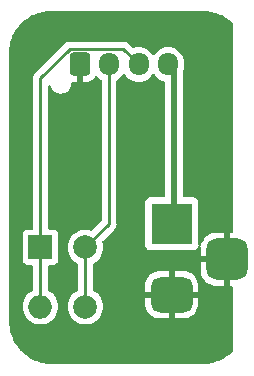
<source format=gbr>
%TF.GenerationSoftware,KiCad,Pcbnew,7.0.9*%
%TF.CreationDate,2024-01-22T18:22:55+13:00*%
%TF.ProjectId,jst_breakout,6a73745f-6272-4656-916b-6f75742e6b69,rev?*%
%TF.SameCoordinates,Original*%
%TF.FileFunction,Copper,L1,Top*%
%TF.FilePolarity,Positive*%
%FSLAX46Y46*%
G04 Gerber Fmt 4.6, Leading zero omitted, Abs format (unit mm)*
G04 Created by KiCad (PCBNEW 7.0.9) date 2024-01-22 18:22:55*
%MOMM*%
%LPD*%
G01*
G04 APERTURE LIST*
G04 Aperture macros list*
%AMRoundRect*
0 Rectangle with rounded corners*
0 $1 Rounding radius*
0 $2 $3 $4 $5 $6 $7 $8 $9 X,Y pos of 4 corners*
0 Add a 4 corners polygon primitive as box body*
4,1,4,$2,$3,$4,$5,$6,$7,$8,$9,$2,$3,0*
0 Add four circle primitives for the rounded corners*
1,1,$1+$1,$2,$3*
1,1,$1+$1,$4,$5*
1,1,$1+$1,$6,$7*
1,1,$1+$1,$8,$9*
0 Add four rect primitives between the rounded corners*
20,1,$1+$1,$2,$3,$4,$5,0*
20,1,$1+$1,$4,$5,$6,$7,0*
20,1,$1+$1,$6,$7,$8,$9,0*
20,1,$1+$1,$8,$9,$2,$3,0*%
G04 Aperture macros list end*
%TA.AperFunction,ComponentPad*%
%ADD10RoundRect,0.250000X-0.600000X-0.725000X0.600000X-0.725000X0.600000X0.725000X-0.600000X0.725000X0*%
%TD*%
%TA.AperFunction,ComponentPad*%
%ADD11O,1.700000X1.950000*%
%TD*%
%TA.AperFunction,ComponentPad*%
%ADD12R,2.000000X2.000000*%
%TD*%
%TA.AperFunction,ComponentPad*%
%ADD13O,2.000000X2.000000*%
%TD*%
%TA.AperFunction,ComponentPad*%
%ADD14C,2.000000*%
%TD*%
%TA.AperFunction,ComponentPad*%
%ADD15R,3.500000X3.500000*%
%TD*%
%TA.AperFunction,ComponentPad*%
%ADD16RoundRect,0.750000X1.000000X-0.750000X1.000000X0.750000X-1.000000X0.750000X-1.000000X-0.750000X0*%
%TD*%
%TA.AperFunction,ComponentPad*%
%ADD17RoundRect,0.875000X0.875000X-0.875000X0.875000X0.875000X-0.875000X0.875000X-0.875000X-0.875000X0*%
%TD*%
%TA.AperFunction,Conductor*%
%ADD18C,0.250000*%
%TD*%
%TA.AperFunction,Conductor*%
%ADD19C,0.500000*%
%TD*%
G04 APERTURE END LIST*
D10*
%TO.P,J3,1,Pin_1*%
%TO.N,GND*%
X74000000Y-30500000D03*
D11*
%TO.P,J3,2,Pin_2*%
%TO.N,Net-(J2-Pin_2)*%
X76500000Y-30500000D03*
%TO.P,J3,3,Pin_3*%
%TO.N,Net-(J2-Pin_1)*%
X79000000Y-30500000D03*
%TO.P,J3,4,Pin_4*%
%TO.N,Net-(J3-Pin_4)*%
X81500000Y-30500000D03*
%TD*%
D12*
%TO.P,J2,1,Pin_1*%
%TO.N,Net-(J2-Pin_1)*%
X70690000Y-46000000D03*
D13*
X70690000Y-51003800D03*
D14*
%TO.P,J2,2,Pin_2*%
%TO.N,Net-(J2-Pin_2)*%
X74500000Y-46000000D03*
X74500000Y-51003800D03*
%TD*%
D15*
%TO.P,J1,1*%
%TO.N,Net-(J3-Pin_4)*%
X81800000Y-44000000D03*
D16*
%TO.P,J1,2*%
%TO.N,GND*%
X81800000Y-50000000D03*
D17*
%TO.P,J1,3*%
X86500000Y-47000000D03*
%TD*%
D18*
%TO.N,Net-(J2-Pin_1)*%
X70690000Y-46000000D02*
X70690000Y-31664900D01*
X70690000Y-31664900D02*
X73154900Y-29200000D01*
X73154900Y-29200000D02*
X77700000Y-29200000D01*
X77700000Y-29200000D02*
X79000000Y-30500000D01*
%TO.N,Net-(J2-Pin_2)*%
X74500000Y-46000000D02*
X76500000Y-44000000D01*
X76500000Y-44000000D02*
X76500000Y-30500000D01*
X74500000Y-51003800D02*
X74500000Y-46000000D01*
%TO.N,Net-(J2-Pin_1)*%
X70690000Y-51003800D02*
X70690000Y-46000000D01*
D19*
%TO.N,Net-(J3-Pin_4)*%
X82000000Y-44000000D02*
X82000000Y-31000000D01*
X82000000Y-31000000D02*
X81500000Y-30500000D01*
%TD*%
%TA.AperFunction,Conductor*%
%TO.N,GND*%
G36*
X84551766Y-26000575D02*
G01*
X84608876Y-26003379D01*
X84702317Y-26007968D01*
X84896901Y-26018166D01*
X84902714Y-26018748D01*
X85071340Y-26043759D01*
X85247961Y-26071734D01*
X85253278Y-26072819D01*
X85421813Y-26115032D01*
X85574443Y-26155930D01*
X85591737Y-26160564D01*
X85596574Y-26162074D01*
X85761468Y-26221072D01*
X85924753Y-26283752D01*
X85929031Y-26285582D01*
X86088085Y-26360806D01*
X86243566Y-26440028D01*
X86247282Y-26442086D01*
X86398629Y-26532798D01*
X86450018Y-26566169D01*
X86544902Y-26627788D01*
X86548041Y-26629969D01*
X86690067Y-26735301D01*
X86825104Y-26844652D01*
X86825661Y-26845103D01*
X86828265Y-26847334D01*
X86889855Y-26903155D01*
X86958296Y-26965186D01*
X86960501Y-26967285D01*
X86963681Y-26970465D01*
X86997166Y-27031788D01*
X87000000Y-27058146D01*
X87000000Y-44626000D01*
X86980315Y-44693039D01*
X86927511Y-44738794D01*
X86876000Y-44750000D01*
X86750000Y-44750000D01*
X86750000Y-45566313D01*
X86709844Y-45540507D01*
X86571889Y-45500000D01*
X86428111Y-45500000D01*
X86290156Y-45540507D01*
X86250000Y-45566313D01*
X86250000Y-44750000D01*
X86249999Y-44750000D01*
X85531409Y-44750001D01*
X85478809Y-44752794D01*
X85249012Y-44797237D01*
X85030024Y-44879879D01*
X84828158Y-44998339D01*
X84828151Y-44998344D01*
X84649213Y-45149211D01*
X84649211Y-45149213D01*
X84498344Y-45328151D01*
X84498339Y-45328158D01*
X84379879Y-45530024D01*
X84297236Y-45749014D01*
X84296241Y-45754161D01*
X84264179Y-45816240D01*
X84203644Y-45851130D01*
X84133856Y-45847754D01*
X84076972Y-45807184D01*
X84051052Y-45742300D01*
X84050499Y-45730624D01*
X84050499Y-42202128D01*
X84044091Y-42142517D01*
X83993796Y-42007669D01*
X83993795Y-42007668D01*
X83993793Y-42007664D01*
X83907547Y-41892455D01*
X83907544Y-41892452D01*
X83792335Y-41806206D01*
X83792328Y-41806202D01*
X83657482Y-41755908D01*
X83657483Y-41755908D01*
X83597883Y-41749501D01*
X83597881Y-41749500D01*
X83597873Y-41749500D01*
X83597865Y-41749500D01*
X82874500Y-41749500D01*
X82807461Y-41729815D01*
X82761706Y-41677011D01*
X82750500Y-41625500D01*
X82750500Y-31166340D01*
X82762117Y-31113936D01*
X82773903Y-31088663D01*
X82835063Y-30860408D01*
X82850500Y-30683966D01*
X82850500Y-30316034D01*
X82835063Y-30139592D01*
X82773903Y-29911337D01*
X82674035Y-29697171D01*
X82661936Y-29679891D01*
X82538494Y-29503597D01*
X82371402Y-29336506D01*
X82371395Y-29336501D01*
X82177834Y-29200967D01*
X82177830Y-29200965D01*
X82177828Y-29200964D01*
X81963663Y-29101097D01*
X81963659Y-29101096D01*
X81963655Y-29101094D01*
X81735413Y-29039938D01*
X81735403Y-29039936D01*
X81500001Y-29019341D01*
X81499999Y-29019341D01*
X81264596Y-29039936D01*
X81264586Y-29039938D01*
X81036344Y-29101094D01*
X81036335Y-29101098D01*
X80822171Y-29200964D01*
X80822169Y-29200965D01*
X80628597Y-29336505D01*
X80461505Y-29503597D01*
X80351575Y-29660595D01*
X80296998Y-29704220D01*
X80227500Y-29711414D01*
X80165145Y-29679891D01*
X80148425Y-29660595D01*
X80038494Y-29503597D01*
X79871402Y-29336506D01*
X79871395Y-29336501D01*
X79677834Y-29200967D01*
X79677830Y-29200965D01*
X79677828Y-29200964D01*
X79463663Y-29101097D01*
X79463659Y-29101096D01*
X79463655Y-29101094D01*
X79235413Y-29039938D01*
X79235403Y-29039936D01*
X79000001Y-29019341D01*
X78999999Y-29019341D01*
X78764596Y-29039936D01*
X78764586Y-29039938D01*
X78565542Y-29093271D01*
X78495692Y-29091608D01*
X78445768Y-29061177D01*
X78200803Y-28816212D01*
X78190980Y-28803950D01*
X78190759Y-28804134D01*
X78185786Y-28798123D01*
X78167159Y-28780631D01*
X78135364Y-28750773D01*
X78124919Y-28740328D01*
X78114475Y-28729883D01*
X78108986Y-28725625D01*
X78104561Y-28721847D01*
X78070582Y-28689938D01*
X78070580Y-28689936D01*
X78070577Y-28689935D01*
X78053029Y-28680288D01*
X78036763Y-28669604D01*
X78020933Y-28657325D01*
X77978168Y-28638818D01*
X77972922Y-28636248D01*
X77932093Y-28613803D01*
X77932092Y-28613802D01*
X77912693Y-28608822D01*
X77894281Y-28602518D01*
X77875898Y-28594562D01*
X77875892Y-28594560D01*
X77829874Y-28587272D01*
X77824152Y-28586087D01*
X77779021Y-28574500D01*
X77779019Y-28574500D01*
X77758984Y-28574500D01*
X77739586Y-28572973D01*
X77732162Y-28571797D01*
X77719805Y-28569840D01*
X77719804Y-28569840D01*
X77673416Y-28574225D01*
X77667578Y-28574500D01*
X73237643Y-28574500D01*
X73222022Y-28572775D01*
X73221996Y-28573061D01*
X73214234Y-28572327D01*
X73214233Y-28572327D01*
X73145086Y-28574500D01*
X73115549Y-28574500D01*
X73108666Y-28575369D01*
X73102849Y-28575826D01*
X73056273Y-28577290D01*
X73037029Y-28582881D01*
X73017979Y-28586825D01*
X72998111Y-28589334D01*
X72954784Y-28606488D01*
X72949258Y-28608379D01*
X72904514Y-28621379D01*
X72904510Y-28621381D01*
X72887266Y-28631579D01*
X72869805Y-28640133D01*
X72851174Y-28647510D01*
X72851162Y-28647517D01*
X72813470Y-28674902D01*
X72808587Y-28678109D01*
X72768480Y-28701829D01*
X72754314Y-28715995D01*
X72739524Y-28728627D01*
X72723314Y-28740404D01*
X72723311Y-28740407D01*
X72693610Y-28776309D01*
X72689677Y-28780631D01*
X70306208Y-31164099D01*
X70293951Y-31173920D01*
X70294134Y-31174141D01*
X70288123Y-31179113D01*
X70240772Y-31229536D01*
X70219889Y-31250419D01*
X70219877Y-31250432D01*
X70215621Y-31255917D01*
X70211837Y-31260347D01*
X70179937Y-31294318D01*
X70179936Y-31294320D01*
X70170284Y-31311876D01*
X70159610Y-31328126D01*
X70147329Y-31343961D01*
X70147324Y-31343968D01*
X70128815Y-31386738D01*
X70126245Y-31391984D01*
X70103803Y-31432806D01*
X70098822Y-31452207D01*
X70092521Y-31470610D01*
X70084562Y-31489002D01*
X70084561Y-31489005D01*
X70077271Y-31535027D01*
X70076087Y-31540746D01*
X70064501Y-31585872D01*
X70064500Y-31585882D01*
X70064500Y-31605916D01*
X70062973Y-31625315D01*
X70059840Y-31645094D01*
X70059840Y-31645095D01*
X70064225Y-31691483D01*
X70064500Y-31697321D01*
X70064500Y-44375500D01*
X70044815Y-44442539D01*
X69992011Y-44488294D01*
X69940500Y-44499500D01*
X69642130Y-44499500D01*
X69642123Y-44499501D01*
X69582516Y-44505908D01*
X69447671Y-44556202D01*
X69447664Y-44556206D01*
X69332455Y-44642452D01*
X69332452Y-44642455D01*
X69246206Y-44757664D01*
X69246202Y-44757671D01*
X69195908Y-44892517D01*
X69189501Y-44952116D01*
X69189501Y-44952123D01*
X69189500Y-44952135D01*
X69189500Y-47047870D01*
X69189501Y-47047876D01*
X69195908Y-47107483D01*
X69246202Y-47242328D01*
X69246206Y-47242335D01*
X69332452Y-47357544D01*
X69332455Y-47357547D01*
X69447664Y-47443793D01*
X69447671Y-47443797D01*
X69492618Y-47460561D01*
X69582517Y-47494091D01*
X69642127Y-47500500D01*
X69940500Y-47500499D01*
X70007539Y-47520183D01*
X70053294Y-47572987D01*
X70064500Y-47624499D01*
X70064500Y-49562279D01*
X70044815Y-49629318D01*
X69999519Y-49671333D01*
X69866496Y-49743322D01*
X69866494Y-49743323D01*
X69670257Y-49896061D01*
X69501833Y-50079017D01*
X69365826Y-50287193D01*
X69265936Y-50514918D01*
X69204892Y-50755975D01*
X69204890Y-50755987D01*
X69184357Y-51003794D01*
X69184357Y-51003805D01*
X69204890Y-51251612D01*
X69204892Y-51251624D01*
X69265936Y-51492681D01*
X69365826Y-51720406D01*
X69501833Y-51928582D01*
X69501836Y-51928585D01*
X69670256Y-52111538D01*
X69866491Y-52264274D01*
X70085190Y-52382628D01*
X70320386Y-52463371D01*
X70565665Y-52504300D01*
X70814335Y-52504300D01*
X71059614Y-52463371D01*
X71294810Y-52382628D01*
X71513509Y-52264274D01*
X71709744Y-52111538D01*
X71878164Y-51928585D01*
X72014173Y-51720407D01*
X72114063Y-51492681D01*
X72175108Y-51251621D01*
X72175109Y-51251612D01*
X72195643Y-51003805D01*
X72195643Y-51003794D01*
X72175109Y-50755987D01*
X72175107Y-50755975D01*
X72114063Y-50514918D01*
X72014173Y-50287193D01*
X71878166Y-50079017D01*
X71856557Y-50055544D01*
X71709744Y-49896062D01*
X71513509Y-49743326D01*
X71513508Y-49743325D01*
X71513505Y-49743323D01*
X71513503Y-49743322D01*
X71380481Y-49671333D01*
X71330891Y-49622113D01*
X71315500Y-49562279D01*
X71315500Y-47624499D01*
X71335185Y-47557460D01*
X71387989Y-47511705D01*
X71439500Y-47500499D01*
X71737871Y-47500499D01*
X71737872Y-47500499D01*
X71797483Y-47494091D01*
X71932331Y-47443796D01*
X72047546Y-47357546D01*
X72133796Y-47242331D01*
X72184091Y-47107483D01*
X72190500Y-47047873D01*
X72190499Y-44952128D01*
X72184091Y-44892517D01*
X72179377Y-44879879D01*
X72133797Y-44757671D01*
X72133793Y-44757664D01*
X72047547Y-44642455D01*
X72047544Y-44642452D01*
X71932335Y-44556206D01*
X71932328Y-44556202D01*
X71797482Y-44505908D01*
X71797483Y-44505908D01*
X71737883Y-44499501D01*
X71737881Y-44499500D01*
X71737873Y-44499500D01*
X71737865Y-44499500D01*
X71439500Y-44499500D01*
X71372461Y-44479815D01*
X71326706Y-44427011D01*
X71315500Y-44375500D01*
X71315500Y-32376642D01*
X71335185Y-32309603D01*
X71387989Y-32263848D01*
X71457147Y-32253904D01*
X71520703Y-32282929D01*
X71558477Y-32341707D01*
X71558980Y-32343468D01*
X71581887Y-32425969D01*
X71581888Y-32425972D01*
X71671087Y-32594217D01*
X71671088Y-32594220D01*
X71794368Y-32739356D01*
X71794369Y-32739357D01*
X71945971Y-32854602D01*
X71945972Y-32854602D01*
X71945973Y-32854603D01*
X71945974Y-32854604D01*
X72051758Y-32903543D01*
X72118803Y-32934562D01*
X72118804Y-32934562D01*
X72118806Y-32934563D01*
X72175227Y-32946982D01*
X72304784Y-32975500D01*
X72304785Y-32975500D01*
X72447459Y-32975500D01*
X72447465Y-32975500D01*
X72589316Y-32960073D01*
X72769780Y-32899267D01*
X72932954Y-32801089D01*
X73071207Y-32670129D01*
X73178075Y-32512510D01*
X73178077Y-32512506D01*
X73248561Y-32335606D01*
X73261955Y-32253904D01*
X73279370Y-32147678D01*
X73277094Y-32105710D01*
X73293119Y-32037707D01*
X73343368Y-31989160D01*
X73400912Y-31974999D01*
X73749999Y-31974999D01*
X73750000Y-31974998D01*
X73750000Y-30908018D01*
X73864801Y-30960446D01*
X73966025Y-30975000D01*
X74033975Y-30975000D01*
X74135199Y-30960446D01*
X74250000Y-30908018D01*
X74250000Y-31974999D01*
X74649972Y-31974999D01*
X74649986Y-31974998D01*
X74752697Y-31964505D01*
X74919119Y-31909358D01*
X74919124Y-31909356D01*
X75068345Y-31817315D01*
X75192315Y-31693345D01*
X75287815Y-31538516D01*
X75339763Y-31491792D01*
X75408726Y-31480569D01*
X75472808Y-31508413D01*
X75481035Y-31515931D01*
X75628599Y-31663495D01*
X75821624Y-31798653D01*
X75865248Y-31853228D01*
X75874500Y-31900226D01*
X75874500Y-43689546D01*
X75854815Y-43756585D01*
X75838181Y-43777227D01*
X75077228Y-44538179D01*
X75015905Y-44571664D01*
X74949284Y-44567779D01*
X74869616Y-44540429D01*
X74624335Y-44499500D01*
X74375665Y-44499500D01*
X74130383Y-44540429D01*
X73895197Y-44621169D01*
X73895188Y-44621172D01*
X73676493Y-44739524D01*
X73480257Y-44892261D01*
X73311833Y-45075217D01*
X73175826Y-45283393D01*
X73075936Y-45511118D01*
X73014892Y-45752175D01*
X73014890Y-45752187D01*
X72994357Y-45999994D01*
X72994357Y-46000005D01*
X73014890Y-46247812D01*
X73014892Y-46247824D01*
X73075936Y-46488881D01*
X73175826Y-46716606D01*
X73311833Y-46924782D01*
X73311836Y-46924785D01*
X73480256Y-47107738D01*
X73602764Y-47203090D01*
X73676488Y-47260472D01*
X73676493Y-47260475D01*
X73809517Y-47332464D01*
X73859108Y-47381683D01*
X73874500Y-47441519D01*
X73874500Y-49562279D01*
X73854815Y-49629318D01*
X73809519Y-49671333D01*
X73676496Y-49743322D01*
X73676494Y-49743323D01*
X73480257Y-49896061D01*
X73311833Y-50079017D01*
X73175826Y-50287193D01*
X73075936Y-50514918D01*
X73014892Y-50755975D01*
X73014890Y-50755987D01*
X72994357Y-51003794D01*
X72994357Y-51003805D01*
X73014890Y-51251612D01*
X73014892Y-51251624D01*
X73075936Y-51492681D01*
X73175826Y-51720406D01*
X73311833Y-51928582D01*
X73311836Y-51928585D01*
X73480256Y-52111538D01*
X73676491Y-52264274D01*
X73895190Y-52382628D01*
X74130386Y-52463371D01*
X74375665Y-52504300D01*
X74624335Y-52504300D01*
X74869614Y-52463371D01*
X75104810Y-52382628D01*
X75323509Y-52264274D01*
X75519744Y-52111538D01*
X75688164Y-51928585D01*
X75824173Y-51720407D01*
X75924063Y-51492681D01*
X75985108Y-51251621D01*
X75985109Y-51251612D01*
X76005643Y-51003805D01*
X76005643Y-51003794D01*
X75985109Y-50755987D01*
X75985107Y-50755975D01*
X75924063Y-50514918D01*
X75824173Y-50287193D01*
X75688166Y-50079017D01*
X75666557Y-50055544D01*
X75519744Y-49896062D01*
X75332084Y-49750000D01*
X79550000Y-49750000D01*
X80366314Y-49750000D01*
X80340507Y-49790156D01*
X80300000Y-49928111D01*
X80300000Y-50071889D01*
X80340507Y-50209844D01*
X80366314Y-50250000D01*
X79550001Y-50250000D01*
X79550001Y-50814192D01*
X79560400Y-50946332D01*
X79615377Y-51164519D01*
X79708428Y-51369374D01*
X79708431Y-51369380D01*
X79836559Y-51554323D01*
X79836569Y-51554335D01*
X79995664Y-51713430D01*
X79995676Y-51713440D01*
X80180619Y-51841568D01*
X80180625Y-51841571D01*
X80385480Y-51934622D01*
X80603667Y-51989599D01*
X80735807Y-52000000D01*
X81549999Y-51999999D01*
X81550000Y-51999998D01*
X81550000Y-50500000D01*
X82050000Y-50500000D01*
X82050000Y-51999999D01*
X82864192Y-51999999D01*
X82996332Y-51989599D01*
X83214519Y-51934622D01*
X83419374Y-51841571D01*
X83419380Y-51841568D01*
X83604323Y-51713440D01*
X83604335Y-51713430D01*
X83763430Y-51554335D01*
X83763440Y-51554323D01*
X83891568Y-51369380D01*
X83891571Y-51369374D01*
X83984622Y-51164519D01*
X84039599Y-50946332D01*
X84050000Y-50814194D01*
X84050000Y-50250000D01*
X83233686Y-50250000D01*
X83259493Y-50209844D01*
X83300000Y-50071889D01*
X83300000Y-49928111D01*
X83259493Y-49790156D01*
X83233686Y-49750000D01*
X84049999Y-49750000D01*
X84049999Y-49185808D01*
X84039599Y-49053667D01*
X83984622Y-48835480D01*
X83891571Y-48630625D01*
X83891568Y-48630619D01*
X83763440Y-48445676D01*
X83763430Y-48445664D01*
X83604335Y-48286569D01*
X83604323Y-48286559D01*
X83419380Y-48158431D01*
X83419374Y-48158428D01*
X83214519Y-48065377D01*
X82996332Y-48010400D01*
X82864194Y-48000000D01*
X82050000Y-48000000D01*
X82050000Y-49500000D01*
X81550000Y-49500000D01*
X81550000Y-48000000D01*
X81549999Y-48000000D01*
X80735808Y-48000001D01*
X80603667Y-48010400D01*
X80385480Y-48065377D01*
X80180625Y-48158428D01*
X80180619Y-48158431D01*
X79995676Y-48286559D01*
X79995664Y-48286569D01*
X79836569Y-48445664D01*
X79836559Y-48445676D01*
X79708431Y-48630619D01*
X79708428Y-48630625D01*
X79615377Y-48835480D01*
X79560400Y-49053667D01*
X79550000Y-49185806D01*
X79550000Y-49750000D01*
X75332084Y-49750000D01*
X75323509Y-49743326D01*
X75323508Y-49743325D01*
X75323505Y-49743323D01*
X75323503Y-49743322D01*
X75190481Y-49671333D01*
X75140891Y-49622113D01*
X75125500Y-49562279D01*
X75125500Y-47441519D01*
X75145185Y-47374480D01*
X75190483Y-47332464D01*
X75191369Y-47331984D01*
X75323509Y-47260474D01*
X75519744Y-47107738D01*
X75688164Y-46924785D01*
X75824173Y-46716607D01*
X75924063Y-46488881D01*
X75985108Y-46247821D01*
X75989585Y-46193793D01*
X76005643Y-46000005D01*
X76005643Y-45999994D01*
X75985109Y-45752187D01*
X75985108Y-45752183D01*
X75985108Y-45752179D01*
X75982606Y-45742300D01*
X75931136Y-45539050D01*
X75933760Y-45469230D01*
X75963658Y-45420930D01*
X76883787Y-44500802D01*
X76896042Y-44490986D01*
X76895859Y-44490764D01*
X76901866Y-44485792D01*
X76901877Y-44485786D01*
X76932775Y-44452882D01*
X76949227Y-44435364D01*
X76959671Y-44424918D01*
X76970120Y-44414471D01*
X76974379Y-44408978D01*
X76978152Y-44404561D01*
X77010062Y-44370582D01*
X77019713Y-44353024D01*
X77030396Y-44336761D01*
X77042673Y-44320936D01*
X77061185Y-44278153D01*
X77063738Y-44272941D01*
X77086197Y-44232092D01*
X77091180Y-44212680D01*
X77097481Y-44194280D01*
X77105437Y-44175896D01*
X77112729Y-44129852D01*
X77113906Y-44124171D01*
X77125500Y-44079019D01*
X77125500Y-44058983D01*
X77127027Y-44039582D01*
X77130160Y-44019804D01*
X77125775Y-43973415D01*
X77125500Y-43967577D01*
X77125500Y-31900225D01*
X77145185Y-31833186D01*
X77178373Y-31798653D01*
X77371401Y-31663495D01*
X77538495Y-31496401D01*
X77648426Y-31339401D01*
X77703001Y-31295778D01*
X77772500Y-31288584D01*
X77834855Y-31320106D01*
X77851571Y-31339398D01*
X77916977Y-31432808D01*
X77961506Y-31496403D01*
X78050976Y-31585872D01*
X78128599Y-31663495D01*
X78225384Y-31731265D01*
X78322165Y-31799032D01*
X78322167Y-31799033D01*
X78322170Y-31799035D01*
X78536337Y-31898903D01*
X78536343Y-31898904D01*
X78536344Y-31898905D01*
X78575356Y-31909358D01*
X78764592Y-31960063D01*
X78952918Y-31976539D01*
X78999999Y-31980659D01*
X79000000Y-31980659D01*
X79000001Y-31980659D01*
X79039234Y-31977226D01*
X79235408Y-31960063D01*
X79463663Y-31898903D01*
X79677829Y-31799035D01*
X79871401Y-31663495D01*
X80038495Y-31496401D01*
X80148426Y-31339401D01*
X80203001Y-31295778D01*
X80272500Y-31288584D01*
X80334855Y-31320106D01*
X80351571Y-31339398D01*
X80416977Y-31432808D01*
X80461506Y-31496403D01*
X80550976Y-31585872D01*
X80628599Y-31663495D01*
X80725384Y-31731265D01*
X80822165Y-31799032D01*
X80822167Y-31799033D01*
X80822170Y-31799035D01*
X81036337Y-31898903D01*
X81036343Y-31898904D01*
X81036344Y-31898905D01*
X81157593Y-31931393D01*
X81217253Y-31967758D01*
X81247783Y-32030604D01*
X81249500Y-32051168D01*
X81249500Y-41625500D01*
X81229815Y-41692539D01*
X81177011Y-41738294D01*
X81125500Y-41749500D01*
X80002129Y-41749500D01*
X80002123Y-41749501D01*
X79942516Y-41755908D01*
X79807671Y-41806202D01*
X79807664Y-41806206D01*
X79692455Y-41892452D01*
X79692452Y-41892455D01*
X79606206Y-42007664D01*
X79606202Y-42007671D01*
X79555908Y-42142517D01*
X79549501Y-42202116D01*
X79549501Y-42202123D01*
X79549500Y-42202135D01*
X79549500Y-45797870D01*
X79549501Y-45797876D01*
X79555908Y-45857483D01*
X79606202Y-45992328D01*
X79606206Y-45992335D01*
X79692452Y-46107544D01*
X79692455Y-46107547D01*
X79807664Y-46193793D01*
X79807671Y-46193797D01*
X79942517Y-46244091D01*
X79942516Y-46244091D01*
X79949444Y-46244835D01*
X80002127Y-46250500D01*
X83597872Y-46250499D01*
X83657483Y-46244091D01*
X83792331Y-46193796D01*
X83907546Y-46107546D01*
X83993796Y-45992331D01*
X84012012Y-45943491D01*
X84053880Y-45887560D01*
X84119344Y-45863141D01*
X84187617Y-45877991D01*
X84237024Y-45927396D01*
X84252018Y-45993401D01*
X84250000Y-46031407D01*
X84250000Y-46750000D01*
X86000000Y-46750000D01*
X86000000Y-47250000D01*
X84250001Y-47250000D01*
X84250001Y-47968591D01*
X84252794Y-48021190D01*
X84297237Y-48250987D01*
X84379879Y-48469975D01*
X84498339Y-48671841D01*
X84498344Y-48671848D01*
X84649211Y-48850786D01*
X84649213Y-48850788D01*
X84828151Y-49001655D01*
X84828158Y-49001660D01*
X85030024Y-49120120D01*
X85249012Y-49202762D01*
X85478808Y-49247205D01*
X85531408Y-49249999D01*
X86249999Y-49249999D01*
X86250000Y-49249998D01*
X86250000Y-48433686D01*
X86290156Y-48459493D01*
X86428111Y-48500000D01*
X86571889Y-48500000D01*
X86709844Y-48459493D01*
X86750000Y-48433686D01*
X86750000Y-49249999D01*
X86876000Y-49249999D01*
X86943039Y-49269684D01*
X86988794Y-49322488D01*
X87000000Y-49373999D01*
X87000000Y-54713959D01*
X86980315Y-54780998D01*
X86963680Y-54801641D01*
X86906338Y-54858983D01*
X86904133Y-54861081D01*
X86766843Y-54985513D01*
X86764224Y-54987758D01*
X86622483Y-55102538D01*
X86472653Y-55213657D01*
X86469487Y-55215856D01*
X86316550Y-55315175D01*
X86156880Y-55410877D01*
X86153152Y-55412940D01*
X85990538Y-55495797D01*
X85822766Y-55575145D01*
X85818476Y-55576980D01*
X85647595Y-55642575D01*
X85473745Y-55704777D01*
X85468903Y-55706289D01*
X85290880Y-55753990D01*
X85113364Y-55798455D01*
X85107996Y-55799550D01*
X84922678Y-55828900D01*
X84745325Y-55855207D01*
X84739470Y-55855793D01*
X84534375Y-55866541D01*
X84376457Y-55874299D01*
X84373414Y-55874374D01*
X71701530Y-55874374D01*
X71698487Y-55874299D01*
X71548194Y-55866916D01*
X71335636Y-55855773D01*
X71329781Y-55855187D01*
X71155426Y-55829324D01*
X70967065Y-55799489D01*
X70961697Y-55798394D01*
X70786238Y-55754444D01*
X70606104Y-55706175D01*
X70601263Y-55704663D01*
X70429103Y-55643063D01*
X70256954Y-55576980D01*
X70256496Y-55576804D01*
X70252205Y-55574969D01*
X70085886Y-55496306D01*
X69921790Y-55412694D01*
X69918062Y-55410630D01*
X69759627Y-55315666D01*
X69605458Y-55215547D01*
X69602292Y-55213348D01*
X69453523Y-55103014D01*
X69332544Y-55005047D01*
X69310688Y-54987349D01*
X69308073Y-54985107D01*
X69171734Y-54861537D01*
X69169530Y-54859438D01*
X69040560Y-54730468D01*
X69038461Y-54728264D01*
X68986741Y-54671200D01*
X68914891Y-54591925D01*
X68912655Y-54589317D01*
X68862095Y-54526880D01*
X68796985Y-54446476D01*
X68686650Y-54297706D01*
X68684451Y-54294540D01*
X68584333Y-54140372D01*
X68535635Y-54059127D01*
X68489357Y-53981917D01*
X68487304Y-53978207D01*
X68403693Y-53814113D01*
X68325020Y-53647774D01*
X68323202Y-53643521D01*
X68256946Y-53470923D01*
X68195325Y-53298704D01*
X68193823Y-53293894D01*
X68145555Y-53113761D01*
X68101599Y-52938280D01*
X68100513Y-52932954D01*
X68070681Y-52744612D01*
X68044808Y-52570194D01*
X68044226Y-52564381D01*
X68033086Y-52351868D01*
X68028784Y-52264274D01*
X68025701Y-52201513D01*
X68025626Y-52198471D01*
X68025626Y-29501528D01*
X68025701Y-29498486D01*
X68033115Y-29347556D01*
X68033694Y-29336501D01*
X68043290Y-29153392D01*
X68043870Y-29147593D01*
X68068986Y-28978277D01*
X68096843Y-28802397D01*
X68097932Y-28797065D01*
X68103132Y-28776309D01*
X68140355Y-28627705D01*
X68142050Y-28621381D01*
X68185644Y-28458683D01*
X68187134Y-28453909D01*
X68246485Y-28288036D01*
X68308786Y-28125737D01*
X68310600Y-28121496D01*
X68386292Y-27961459D01*
X68464994Y-27806998D01*
X68467017Y-27803345D01*
X68558365Y-27650942D01*
X68652650Y-27505756D01*
X68654775Y-27502695D01*
X68760934Y-27359557D01*
X68869825Y-27225089D01*
X68872047Y-27222498D01*
X68990914Y-27091349D01*
X68992944Y-27089217D01*
X69114333Y-26967828D01*
X69116447Y-26965815D01*
X69247683Y-26846871D01*
X69250233Y-26844684D01*
X69384585Y-26735887D01*
X69527887Y-26629608D01*
X69530977Y-26627462D01*
X69675847Y-26533382D01*
X69828613Y-26441818D01*
X69832254Y-26439802D01*
X69986195Y-26361364D01*
X70146796Y-26285406D01*
X70151033Y-26283595D01*
X70312531Y-26221601D01*
X70479212Y-26161963D01*
X70484007Y-26160465D01*
X70651702Y-26115531D01*
X70822460Y-26072759D01*
X70827735Y-26071683D01*
X71001124Y-26044221D01*
X71172970Y-26018731D01*
X71178766Y-26018151D01*
X71364799Y-26008401D01*
X71492140Y-26002146D01*
X71524136Y-26000575D01*
X71527178Y-26000500D01*
X84548724Y-26000500D01*
X84551766Y-26000575D01*
G37*
%TD.AperFunction*%
%TD*%
M02*

</source>
